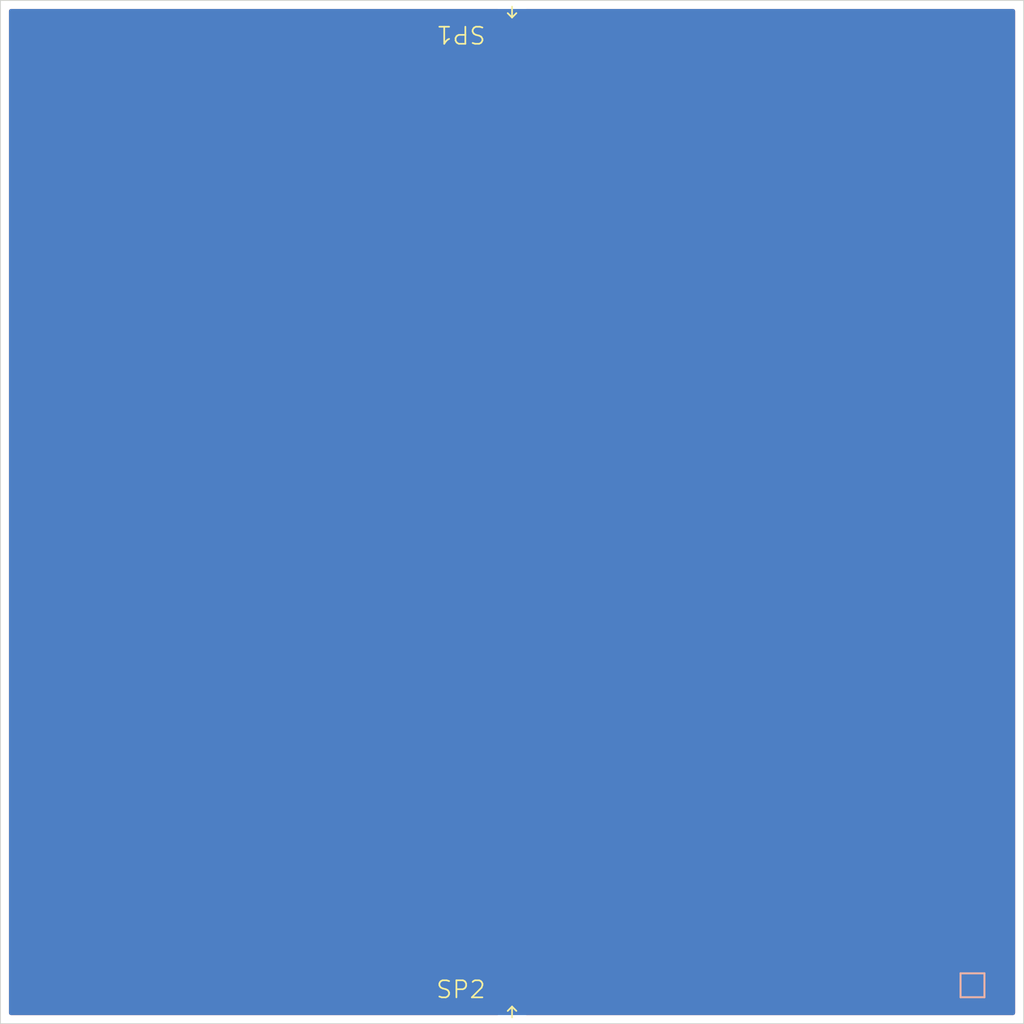
<source format=kicad_pcb>
(kicad_pcb (version 20240108) (generator "pcbnew") (generator_version "8.0")
  (layers (0 "F.Cu" signal) (31 "B.Cu" signal) (34 "B.Paste" user) (35 "F.Paste" user) (36 "B.SilkS" user "B.Silkscreen") (37 "F.SilkS" user "F.Silkscreen") (38 "B.Mask" user) (39 "F.Mask" user) (44 "Edge.Cuts" user))
  (net 0 "")
  (net 1 "GND")
  (footprint "SRS_sim:Simulation_Port" (layer "F.Cu") (at 158 56 180)
    (property "Reference" "SP1" (at 3 -1 180) (layer "F.SilkS") (effects (font (thickness 0.1))))
    (property "Value" "Simulation_Port" (hide yes))
    (fp_line (start 0 0) (end 0.254 0.254) (stroke (width 0.1)) (layer "F.SilkS"))
    (fp_line (start 0 0) (end 0 0.635) (stroke (width 0.1)) (layer "F.SilkS"))
    (fp_line (start 0 0) (end -0.254 0.254) (stroke (width 0.1)) (layer "F.SilkS"))
  )
  (footprint "SRS_sim:Simulation_Port" (layer "F.Cu") (at 158 114)
    (property "Reference" "SP2" (at -3 -1 0) (layer "F.SilkS") (effects (font (thickness 0.1))))
    (property "Value" "Simulation_Port" (hide yes))
    (fp_line (start 0 0) (end -0.254 0.254) (stroke (width 0.1)) (layer "F.SilkS"))
    (fp_line (start 0 0) (end 0 0.635) (stroke (width 0.1)) (layer "F.SilkS"))
    (fp_line (start 0 0) (end 0.254 0.254) (stroke (width 0.1)) (layer "F.SilkS"))
  )
  (footprint "TestPoint:TestPoint_Pad_1.0x1.0mm" (layer "B.Cu") (at 185 112.75 180)
    (property "Reference" "TP101" (hide yes))
    (property "Value" "TestPoint" (hide yes))
    (fp_line (start 0.7 0.7) (end -0.7 0.7) (stroke (width 0.12)) (layer "B.SilkS"))
    (fp_line (start 0.7 -0.7) (end 0.7 0.7) (stroke (width 0.12)) (layer "B.SilkS"))
    (fp_line (start -0.7 0.7) (end -0.7 -0.7) (stroke (width 0.12)) (layer "B.SilkS"))
    (fp_line (start -0.7 -0.7) (end 0.7 -0.7) (stroke (width 0.12)) (layer "B.SilkS"))
    (pad "1" smd rect (at 0 0 180) (size 1 1) (layers "B.Cu" "B.Mask") (net 1 "GND"))
  )
  (gr_rect (start 128 55) (end 188 115) (stroke (width 0.05)) (fill none) (layer "Edge.Cuts"))
  (zone (net 0) (net_name "") (layer "F.Cu") (priority 1) (connect_pads (clearance 0.3556)) (min_thickness 0.25) (fill yes (thermal_gap 0.5) (thermal_bridge_width 0.5) (island_removal_mode 1) (island_area_min 10))
    (polygon (pts (xy 157.365 56) (xy 158.635 56) (xy 158.635 114) (xy 157.365 114)))
  )
  (zone (net 1) (net_name "GND") (layers "F&B.Cu") (connect_pads yes (clearance 0.3556)) (min_thickness 0.25) (fill yes (thermal_gap 0.5) (thermal_bridge_width 0.5) (island_removal_mode 1) (island_area_min 10))
    (polygon (pts (xy 128 115) (xy 188 115) (xy 188 55) (xy 128 55)))
  )
)
</source>
